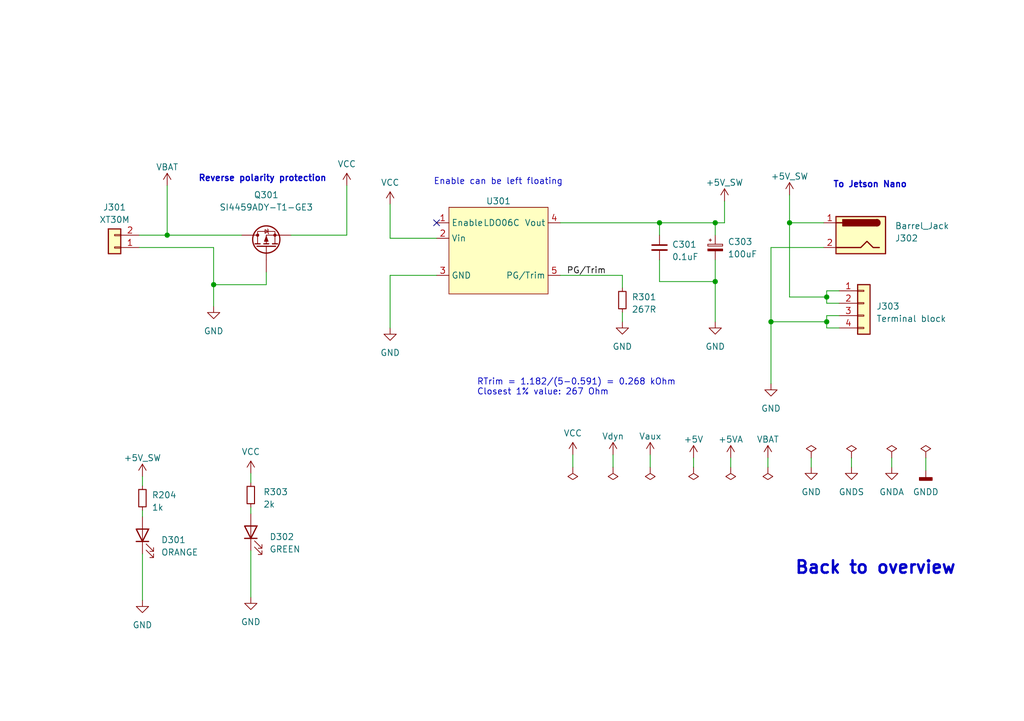
<source format=kicad_sch>
(kicad_sch (version 20230121) (generator eeschema)
  (paper "A5")
  (title_block (title "Power connectors and regulators") (date "2023-04-10") (company "Team Goombot") (comment 2 "Author: Vincent Nguyen"))
  (lib_symbols
    (symbol "0_fet:SI4459ADY-T1-GE3" (pin_numbers hide) (pin_names hide)
      (property "Reference" "Q" (at 2.54 3.81 0))
      (symbol "SI4459ADY-T1-GE3_0_1"
        (circle (center -0.889 0) (radius 2.794) (stroke (width 0.254)))
        (circle (center 0 -1.778) (radius 0.254) (fill (type outline)))
        (polyline (pts (xy -2.286 0) (xy -5.08 0)))
        (polyline (pts (xy -2.286 1.905) (xy -2.286 -1.905)) (stroke (width 0.254)))
        (polyline (pts (xy -1.778 -1.27) (xy -1.778 -2.286)) (stroke (width 0.254)))
        (polyline (pts (xy -1.778 0.508) (xy -1.778 -0.508)) (stroke (width 0.254)))
        (polyline (pts (xy -1.778 2.286) (xy -1.778 1.27)) (stroke (width 0.254)))
        (polyline (pts (xy 0 2.54) (xy 0 1.778)))
        (polyline (pts (xy 0 -2.54) (xy 0 0) (xy -1.778 0)))
        (polyline (pts (xy -1.778 1.778) (xy 0.762 1.778) (xy 0.762 -1.778) (xy -1.778 -1.778)))
        (polyline (pts (xy -0.254 0) (xy -1.27 0.381) (xy -1.27 -0.381) (xy -0.254 0)) (fill (type outline)))
        (polyline (pts (xy 0.254 -0.508) (xy 0.381 -0.381) (xy 1.143 -0.381) (xy 1.27 -0.254)))
        (polyline (pts (xy 0.762 -0.381) (xy 0.381 0.254) (xy 1.143 0.254) (xy 0.762 -0.381)))
        (circle (center 0 1.778) (radius 0.254) (fill (type outline)))
      )
      (symbol "SI4459ADY-T1-GE3_1_1"
        (pin passive line (at 0 -5.08 90) (length 2.54) (name "S") (number "1"))
        (pin passive line (at 0 -5.08 90) (length 2.54) hide (name "S") (number "2"))
        (pin passive line (at 0 -5.08 90) (length 2.54) hide (name "S") (number "3"))
        (pin input line (at -7.62 0 0) (length 2.54) (name "G") (number "4"))
        (pin passive line (at 0 5.08 270) (length 2.54) (name "D") (number "5"))
        (pin passive line (at 0 5.08 270) (length 2.54) hide (name "D") (number "6"))
        (pin passive line (at 0 5.08 270) (length 2.54) hide (name "D") (number "7"))
        (pin passive line (at 0 5.08 270) (length 2.54) hide (name "D") (number "8"))
      )
    )
    (symbol "0_power_symbols:+5V_SW" (power) (pin_names (offset 0))
      (property "Value" "+5V_SW" (at 0 3.81 0))
      (symbol "+5V_SW_0_1"
        (polyline (pts (xy -0.762 1.27) (xy 0 2.54)))
        (polyline (pts (xy 0 0) (xy 0 2.54)))
        (polyline (pts (xy 0 2.54) (xy 0.762 1.27)))
      )
      (symbol "+5V_SW_1_1"
        (pin power_in line (at 0 0 90) (length 0) hide (name "+5V_SW") (number "1"))
      )
    )
    (symbol "0_power_symbols:VBAT" (power) (pin_names (offset 0))
      (property "Value" "VBAT" (at 0 3.81 0))
      (symbol "VBAT_0_1"
        (polyline (pts (xy -0.762 1.27) (xy 0 2.54)))
        (polyline (pts (xy 0 0) (xy 0 2.54)))
        (polyline (pts (xy 0 2.54) (xy 0.762 1.27)))
      )
      (symbol "VBAT_1_1"
        (pin power_in line (at 0 0 90) (length 0) hide (name "VBAT") (number "1"))
      )
    )
    (symbol "0_power_symbols:Vaux" (power) (pin_names (offset 0))
      (property "Value" "Vaux" (at 0 3.81 0))
      (symbol "Vaux_0_1"
        (polyline (pts (xy -0.762 1.27) (xy 0 2.54)))
        (polyline (pts (xy 0 0) (xy 0 2.54)))
        (polyline (pts (xy 0 2.54) (xy 0.762 1.27)))
      )
      (symbol "Vaux_1_1"
        (pin power_in line (at 0 0 90) (length 0) hide (name "Vaux") (number "1"))
      )
    )
    (symbol "0_power_symbols:Vdyn" (power) (pin_names (offset 0))
      (property "Value" "Vdyn" (at 0 3.81 0))
      (symbol "Vdyn_0_1"
        (polyline (pts (xy -0.762 1.27) (xy 0 2.54)))
        (polyline (pts (xy 0 0) (xy 0 2.54)))
        (polyline (pts (xy 0 2.54) (xy 0.762 1.27)))
      )
      (symbol "Vdyn_1_1"
        (pin power_in line (at 0 0 90) (length 0) hide (name "Vdyn") (number "1"))
      )
    )
    (symbol "0_regulator:LDO06C"
      (property "Reference" "U" (at -10.16 7.62 0))
      (symbol "LDO06C_1_1"
        (rectangle (start -10.795 6.35) (end 9.525 -11.43) (fill (type background)))
        (pin input line (at -13.335 3.175 0) (length 2.54) (name "Enable") (number "1"))
        (pin power_in line (at -13.335 0 0) (length 2.54) (name "Vin") (number "2"))
        (pin power_in line (at -13.335 -7.62 0) (length 2.54) (name "GND") (number "3"))
        (pin power_out line (at 12.065 3.175 180) (length 2.54) (name "Vout") (number "4"))
        (pin input line (at 12.065 -7.62 180) (length 2.54) (name "PG/Trim") (number "5"))
        (pin no_connect line (at 12.065 -2.54 180) (length 2.54) hide (name "Mech") (number "6"))
      )
    )
    (symbol "Connector:Barrel_Jack" (pin_names (offset 1.016))
      (property "Reference" "J" (at 0 5.334 0))
      (property "Value" "Barrel_Jack" (at 0 -5.08 0))
      (symbol "Barrel_Jack_0_1"
        (rectangle (start -5.08 3.81) (end 5.08 -3.81) (stroke (width 0.254)) (fill (type background)))
        (arc (start -3.302 3.175) (mid -3.9343 2.54) (end -3.302 1.905) (stroke (width 0.254)))
        (arc (start -3.302 3.175) (mid -3.9343 2.54) (end -3.302 1.905) (stroke (width 0.254)) (fill (type outline)))
        (polyline (pts (xy 5.08 2.54) (xy 3.81 2.54)) (stroke (width 0.254)))
        (polyline (pts (xy -3.81 -2.54) (xy -2.54 -2.54) (xy -1.27 -1.27) (xy 0 -2.54) (xy 2.54 -2.54) (xy 5.08 -2.54)) (stroke (width 0.254)))
        (rectangle (start 3.683 3.175) (end -3.302 1.905) (stroke (width 0.254)) (fill (type outline)))
      )
      (symbol "Barrel_Jack_1_1"
        (pin passive line (at 7.62 2.54 180) (length 2.54) (name "~") (number "1"))
        (pin passive line (at 7.62 -2.54 180) (length 2.54) (name "~") (number "2"))
      )
    )
    (symbol "Connector_Generic:Conn_01x02" (pin_names (offset 1.016) hide)
      (property "Reference" "J" (at 0 2.54 0))
      (property "Value" "Conn_01x02" (at 0 -5.08 0))
      (symbol "Conn_01x02_1_1"
        (rectangle (start -1.27 -2.413) (end 0 -2.667) (stroke (width 0.1524)))
        (rectangle (start -1.27 0.127) (end 0 -0.127) (stroke (width 0.1524)))
        (rectangle (start -1.27 1.27) (end 1.27 -3.81) (stroke (width 0.254)) (fill (type background)))
        (pin passive line (at -5.08 0 0) (length 3.81) (name "Pin_1") (number "1"))
        (pin passive line (at -5.08 -2.54 0) (length 3.81) (name "Pin_2") (number "2"))
      )
    )
    (symbol "Connector_Generic:Conn_01x04" (pin_names (offset 1.016) hide)
      (property "Reference" "J" (at 0 5.08 0))
      (property "Value" "Conn_01x04" (at 0 -7.62 0))
      (symbol "Conn_01x04_1_1"
        (rectangle (start -1.27 -4.953) (end 0 -5.207) (stroke (width 0.1524)))
        (rectangle (start -1.27 -2.413) (end 0 -2.667) (stroke (width 0.1524)))
        (rectangle (start -1.27 0.127) (end 0 -0.127) (stroke (width 0.1524)))
        (rectangle (start -1.27 2.667) (end 0 2.413) (stroke (width 0.1524)))
        (rectangle (start -1.27 3.81) (end 1.27 -6.35) (stroke (width 0.254)) (fill (type background)))
        (pin passive line (at -5.08 2.54 0) (length 3.81) (name "Pin_1") (number "1"))
        (pin passive line (at -5.08 0 0) (length 3.81) (name "Pin_2") (number "2"))
        (pin passive line (at -5.08 -2.54 0) (length 3.81) (name "Pin_3") (number "3"))
        (pin passive line (at -5.08 -5.08 0) (length 3.81) (name "Pin_4") (number "4"))
      )
    )
    (symbol "Device:C_Polarized_Small" (pin_numbers hide) (pin_names (offset 0.254) hide)
      (property "Reference" "C" (at 0.254 1.778 0))
      (property "Value" "C_Polarized_Small" (at 0.254 -2.032 0))
      (symbol "C_Polarized_Small_0_1"
        (rectangle (start -1.524 -0.3048) (end 1.524 -0.6858) (fill (type outline)))
        (rectangle (start -1.524 0.6858) (end 1.524 0.3048))
        (polyline (pts (xy -1.27 1.524) (xy -0.762 1.524)))
        (polyline (pts (xy -1.016 1.27) (xy -1.016 1.778)))
      )
      (symbol "C_Polarized_Small_1_1"
        (pin passive line (at 0 2.54 270) (length 1.8542) (name "~") (number "1"))
        (pin passive line (at 0 -2.54 90) (length 1.8542) (name "~") (number "2"))
      )
    )
    (symbol "Device:C_Small" (pin_numbers hide) (pin_names (offset 0.254) hide)
      (property "Reference" "C" (at 0.254 1.778 0))
      (property "Value" "C_Small" (at 0.254 -2.032 0))
      (symbol "C_Small_0_1"
        (polyline (pts (xy -1.524 -0.508) (xy 1.524 -0.508)) (stroke (width 0.3302)))
        (polyline (pts (xy -1.524 0.508) (xy 1.524 0.508)) (stroke (width 0.3048)))
      )
      (symbol "C_Small_1_1"
        (pin passive line (at 0 2.54 270) (length 2.032) (name "~") (number "1"))
        (pin passive line (at 0 -2.54 90) (length 2.032) (name "~") (number "2"))
      )
    )
    (symbol "Device:LED" (pin_numbers hide) (pin_names (offset 1.016) hide)
      (property "Reference" "D" (at 0 2.54 0))
      (property "Value" "LED" (at 0 -2.54 0))
      (symbol "LED_0_1"
        (polyline (pts (xy -1.27 -1.27) (xy -1.27 1.27)) (stroke (width 0.254)))
        (polyline (pts (xy -1.27 0) (xy 1.27 0)))
        (polyline (pts (xy 1.27 -1.27) (xy 1.27 1.27) (xy -1.27 0) (xy 1.27 -1.27)) (stroke (width 0.254)))
        (polyline (pts (xy -3.048 -0.762) (xy -4.572 -2.286) (xy -3.81 -2.286) (xy -4.572 -2.286) (xy -4.572 -1.524)))
        (polyline (pts (xy -1.778 -0.762) (xy -3.302 -2.286) (xy -2.54 -2.286) (xy -3.302 -2.286) (xy -3.302 -1.524)))
      )
      (symbol "LED_1_1"
        (pin passive line (at -3.81 0 0) (length 2.54) (name "K") (number "1"))
        (pin passive line (at 3.81 0 180) (length 2.54) (name "A") (number "2"))
      )
    )
    (symbol "Device:R_Small" (pin_numbers hide) (pin_names (offset 0.254) hide)
      (property "Reference" "R" (at 0.762 0.508 0))
      (property "Value" "R_Small" (at 0.762 -1.016 0))
      (symbol "R_Small_0_1"
        (rectangle (start -0.762 1.778) (end 0.762 -1.778) (stroke (width 0.2032)))
      )
      (symbol "R_Small_1_1"
        (pin passive line (at 0 2.54 270) (length 0.762) (name "~") (number "1"))
        (pin passive line (at 0 -2.54 90) (length 0.762) (name "~") (number "2"))
      )
    )
    (symbol "power:+5V" (power) (pin_names (offset 0))
      (property "Value" "+5V" (at 0 3.556 0))
      (symbol "+5V_0_1"
        (polyline (pts (xy -0.762 1.27) (xy 0 2.54)))
        (polyline (pts (xy 0 0) (xy 0 2.54)))
        (polyline (pts (xy 0 2.54) (xy 0.762 1.27)))
      )
      (symbol "+5V_1_1"
        (pin power_in line (at 0 0 90) (length 0) hide (name "+5V") (number "1"))
      )
    )
    (symbol "power:+5VA" (power) (pin_names (offset 0))
      (property "Value" "+5VA" (at 0 3.556 0))
      (symbol "+5VA_0_1"
        (polyline (pts (xy -0.762 1.27) (xy 0 2.54)))
        (polyline (pts (xy 0 0) (xy 0 2.54)))
        (polyline (pts (xy 0 2.54) (xy 0.762 1.27)))
      )
      (symbol "+5VA_1_1"
        (pin power_in line (at 0 0 90) (length 0) hide (name "+5VA") (number "1"))
      )
    )
    (symbol "power:GND" (power) (pin_names (offset 0))
      (property "Value" "GND" (at 0 -3.81 0))
      (symbol "GND_0_1"
        (polyline (pts (xy 0 0) (xy 0 -1.27) (xy 1.27 -1.27) (xy 0 -2.54) (xy -1.27 -1.27) (xy 0 -1.27)))
      )
      (symbol "GND_1_1"
        (pin power_in line (at 0 0 270) (length 0) hide (name "GND") (number "1"))
      )
    )
    (symbol "power:GNDA" (power) (pin_names (offset 0))
      (property "Value" "GNDA" (at 0 -3.81 0))
      (symbol "GNDA_0_1"
        (polyline (pts (xy 0 0) (xy 0 -1.27) (xy 1.27 -1.27) (xy 0 -2.54) (xy -1.27 -1.27) (xy 0 -1.27)))
      )
      (symbol "GNDA_1_1"
        (pin power_in line (at 0 0 270) (length 0) hide (name "GNDA") (number "1"))
      )
    )
    (symbol "power:GNDD" (power) (pin_names (offset 0))
      (property "Value" "GNDD" (at 0 -3.175 0))
      (symbol "GNDD_0_1"
        (rectangle (start -1.27 -1.524) (end 1.27 -2.032) (stroke (width 0.254)) (fill (type outline)))
        (polyline (pts (xy 0 0) (xy 0 -1.524)))
      )
      (symbol "GNDD_1_1"
        (pin power_in line (at 0 0 270) (length 0) hide (name "GNDD") (number "1"))
      )
    )
    (symbol "power:GNDS" (power) (pin_names (offset 0))
      (property "Value" "GNDS" (at 0 -3.81 0))
      (symbol "GNDS_0_1"
        (polyline (pts (xy 0 0) (xy 0 -1.27) (xy 1.27 -1.27) (xy 0 -2.54) (xy -1.27 -1.27) (xy 0 -1.27)))
      )
      (symbol "GNDS_1_1"
        (pin power_in line (at 0 0 270) (length 0) hide (name "GNDS") (number "1"))
      )
    )
    (symbol "power:PWR_FLAG" (power) (pin_numbers hide) (pin_names (offset 0) hide)
      (property "Value" "PWR_FLAG" (at 0 3.81 0))
      (symbol "PWR_FLAG_0_0"
        (pin power_out line (at 0 0 90) (length 0) (name "pwr") (number "1"))
      )
      (symbol "PWR_FLAG_0_1"
        (polyline (pts (xy 0 0) (xy 0 1.27) (xy -1.016 1.905) (xy 0 2.54) (xy 1.016 1.905) (xy 0 1.27)))
      )
    )
    (symbol "power:VCC" (power) (pin_names (offset 0))
      (property "Value" "VCC" (at 0 3.81 0))
      (symbol "VCC_0_1"
        (polyline (pts (xy -0.762 1.27) (xy 0 2.54)))
        (polyline (pts (xy 0 0) (xy 0 2.54)))
        (polyline (pts (xy 0 2.54) (xy 0.762 1.27)))
      )
      (symbol "VCC_1_1"
        (pin power_in line (at 0 0 90) (length 0) hide (name "VCC") (number "1"))
      )
    )
  )
  (junction (at 135.255 45.72))
  (junction (at 146.685 57.785))
  (junction (at 169.545 66.04))
  (junction (at 161.925 45.72))
  (junction (at 34.29 48.26))
  (junction (at 169.545 60.96))
  (junction (at 158.115 66.04))
  (junction (at 146.685 45.72))
  (junction (at 43.815 58.42))
  (no_connect (at 89.535 45.72))
  (wire (pts (xy 157.48 95.885) (xy 157.48 93.98)))
  (wire (pts (xy 54.61 55.88) (xy 54.61 58.42)))
  (wire (pts (xy 169.545 62.23) (xy 169.545 60.96)))
  (wire (pts (xy 34.29 38.1) (xy 34.29 48.26)))
  (wire (pts (xy 51.435 104.14) (xy 51.435 105.41)))
  (wire (pts (xy 161.925 60.96) (xy 161.925 45.72)))
  (wire (pts (xy 80.01 56.515) (xy 89.535 56.515)))
  (wire (pts (xy 166.37 93.98) (xy 166.37 95.885)))
  (wire (pts (xy 169.545 64.77) (xy 172.085 64.77)))
  (wire (pts (xy 125.73 95.885) (xy 125.73 93.345)))
  (wire (pts (xy 80.01 67.31) (xy 80.01 56.515)))
  (wire (pts (xy 158.115 50.8) (xy 158.115 66.04)))
  (wire (pts (xy 34.29 48.26) (xy 49.53 48.26)))
  (wire (pts (xy 127.635 66.04) (xy 127.635 64.135)))
  (wire (pts (xy 80.01 41.91) (xy 80.01 48.895)))
  (wire (pts (xy 146.685 45.72) (xy 146.685 48.26)))
  (wire (pts (xy 135.255 57.785) (xy 146.685 57.785)))
  (wire (pts (xy 169.545 67.31) (xy 169.545 66.04)))
  (wire (pts (xy 114.935 56.515) (xy 127.635 56.515)))
  (wire (pts (xy 149.86 95.885) (xy 149.86 93.98)))
  (wire (pts (xy 43.815 58.42) (xy 43.815 50.8)))
  (wire (pts (xy 182.88 93.98) (xy 182.88 95.885)))
  (wire (pts (xy 169.545 59.69) (xy 172.085 59.69)))
  (wire (pts (xy 174.625 93.98) (xy 174.625 95.885)))
  (wire (pts (xy 29.21 123.19) (xy 29.21 113.665)))
  (wire (pts (xy 51.435 97.155) (xy 51.435 99.06)))
  (wire (pts (xy 148.59 45.72) (xy 146.685 45.72)))
  (wire (pts (xy 135.255 45.72) (xy 135.255 48.26)))
  (wire (pts (xy 71.12 38.1) (xy 71.12 48.26)))
  (wire (pts (xy 135.255 53.34) (xy 135.255 57.785)))
  (wire (pts (xy 172.085 67.31) (xy 169.545 67.31)))
  (wire (pts (xy 142.24 95.885) (xy 142.24 93.98)))
  (wire (pts (xy 189.865 93.98) (xy 189.865 96.52)))
  (wire (pts (xy 146.685 57.785) (xy 146.685 53.34)))
  (wire (pts (xy 29.21 104.775) (xy 29.21 106.045)))
  (wire (pts (xy 133.35 95.885) (xy 133.35 93.345)))
  (wire (pts (xy 114.935 45.72) (xy 135.255 45.72)))
  (wire (pts (xy 51.435 122.555) (xy 51.435 113.03)))
  (wire (pts (xy 169.545 60.96) (xy 169.545 59.69)))
  (wire (pts (xy 146.685 66.04) (xy 146.685 57.785)))
  (wire (pts (xy 172.085 62.23) (xy 169.545 62.23)))
  (wire (pts (xy 148.59 41.275) (xy 148.59 45.72)))
  (wire (pts (xy 117.475 95.885) (xy 117.475 93.345)))
  (wire (pts (xy 80.01 48.895) (xy 89.535 48.895)))
  (wire (pts (xy 161.925 45.72) (xy 168.91 45.72)))
  (wire (pts (xy 59.69 48.26) (xy 71.12 48.26)))
  (wire (pts (xy 169.545 60.96) (xy 161.925 60.96)))
  (wire (pts (xy 158.115 50.8) (xy 168.91 50.8)))
  (wire (pts (xy 43.815 62.865) (xy 43.815 58.42)))
  (wire (pts (xy 161.925 40.005) (xy 161.925 45.72)))
  (wire (pts (xy 43.815 50.8) (xy 28.575 50.8)))
  (wire (pts (xy 169.545 66.04) (xy 169.545 64.77)))
  (wire (pts (xy 169.545 66.04) (xy 158.115 66.04)))
  (wire (pts (xy 29.21 97.79) (xy 29.21 99.695)))
  (wire (pts (xy 146.685 45.72) (xy 135.255 45.72)))
  (wire (pts (xy 54.61 58.42) (xy 43.815 58.42)))
  (wire (pts (xy 28.575 48.26) (xy 34.29 48.26)))
  (wire (pts (xy 158.115 66.04) (xy 158.115 78.74)))
  (wire (pts (xy 127.635 59.055) (xy 127.635 56.515)))
  (text "Enable can be left floating" (at 88.9 38.1 0) (effects (font (size 1.27 1.27)) (justify left bottom)))
  (text "To Jetson Nano" (at 170.815 38.735 0) (effects (font (size 1.27 1.27) bold) (justify left bottom)))
  (text "Back to overview" (at 196.215 118.11 0) (effects (font (size 2.54 2.54) (thickness 0.508) bold) (justify right bottom)))
  (text "RTrim = 1.182/(5-0.591) = 0.268 kOhm\nClosest 1% value: 267 Ohm" (at 97.79 81.28 0) (effects (font (size 1.27 1.27)) (justify left bottom)))
  (text "Reverse polarity protection" (at 40.64 37.465 0) (effects (font (size 1.27 1.27) bold) (justify left bottom)))
  (label "PG{slash}Trim" (at 116.205 56.515 0))
  (symbol (lib_id "power:GND") (at 166.37 95.885 0) (unit 1)
    (property "Reference" "#PWR0314" (effects hide))
    (property "Value" "GND" (at 166.37 100.965 0))
  )
  (symbol (lib_id "Device:C_Polarized_Small") (at 146.685 50.8 0) (unit 1)
    (property "Reference" "C303" (at 149.225 49.6189 0) (effects (justify left)))
    (property "Value" "100uF" (at 149.225 52.1589 0) (effects (justify left)))
    (property "Footprint" "Capacitor_SMD:C_1210_3225Metric" (effects hide))
    (property "Datasheet" "https://datasheets.kyocera-avx.com/TPS.pdf" (effects hide))
    (property "Distributor" "Digikey" (effects hide))
    (property "Distributor ref" "478-4976-1-ND" (effects hide))
    (property "Manufacturer ref" "TPSB107K006R0400" (effects hide))
  )
  (symbol (lib_id "power:GND") (at 80.01 67.31 0) (unit 1)
    (property "Reference" "#PWR0226" (effects hide))
    (property "Value" "GND" (at 80.01 72.39 0))
    (instances (project "Arduino_motor_shield" (path "" (reference "#PWR0226") (unit 1)) (path "" (reference "#PWR0308") (unit 1))))
  )
  (symbol (lib_id "0_power_symbols:Vaux") (at 133.35 93.345 0) (unit 1)
    (property "Reference" "#PWR0320" (effects hide))
    (property "Value" "Vaux" (at 133.35 89.535 0))
  )
  (symbol (lib_id "power:VCC") (at 80.01 41.91 0) (unit 1)
    (property "Reference" "#PWR0305" (effects hide))
    (property "Value" "VCC" (at 80.01 37.465 0))
  )
  (symbol (lib_id "power:+5VA") (at 149.86 93.98 0) (unit 1)
    (property "Reference" "#PWR0319" (effects hide))
    (property "Value" "+5VA" (at 149.86 90.17 0))
  )
  (symbol (lib_id "Device:R_Small") (at 29.21 102.235 0) (unit 1)
    (property "Reference" "R204" (at 31.115 101.6 0) (effects (justify left)))
    (property "Value" "1k" (at 31.115 104.14 0) (effects (justify left)))
    (property "Footprint" "Resistor_SMD:R_0603_1608Metric" (effects hide))
    (property "Datasheet" "https://www.seielect.com/Catalog/SEI-RNCP.pdf" (effects hide))
    (property "Distributor" "Digikey" (effects hide))
    (property "Distributor ref" "RNCP0603FTD1K00CT-ND" (effects hide))
    (property "Manufacturer ref" "RNCP0603FTD1K00" (effects hide))
    (instances (project "Arduino_motor_shield" (path "" (reference "R204") (unit 1)) (path "" (reference "R302") (unit 1))))
  )
  (symbol (lib_id "power:PWR_FLAG") (at 142.24 95.885 180) (unit 1)
    (property "Reference" "#FLG0301" (effects hide))
    (property "Value" "PWR_FLAG" (effects hide))
  )
  (symbol (lib_id "power:GNDA") (at 182.88 95.885 0) (unit 1)
    (property "Reference" "#PWR0318" (effects hide))
    (property "Value" "GNDA" (at 182.88 100.965 0))
  )
  (symbol (lib_id "power:GND") (at 43.815 62.865 0) (unit 1)
    (property "Reference" "#PWR0226" (effects hide))
    (property "Value" "GND" (at 43.815 67.945 0))
    (instances (project "Arduino_motor_shield" (path "" (reference "#PWR0226") (unit 1)) (path "" (reference "#PWR0302") (unit 1))))
  )
  (symbol (lib_id "power:VCC") (at 71.12 38.1 0) (unit 1)
    (property "Reference" "#PWR0301" (effects hide))
    (property "Value" "VCC" (at 71.12 33.655 0))
  )
  (symbol (lib_id "0_regulator:LDO06C") (at 102.87 48.895 0) (unit 1)
    (property "Reference" "U301" (at 102.235 41.275 0))
    (property "Value" "LDO06C" (at 102.87 45.72 0))
    (property "Footprint" "0_regulator:LDO06C-005W05-HJ" (effects hide))
    (property "Datasheet" "https://docs.rs-online.com/8472/0900766b80c3c5ab.pdf" (effects hide))
    (property "Distributor" "Digikey" (effects hide))
    (property "Distributor ref" "454-1280-ND" (effects hide))
    (property "Manufacturer ref" "LDO06C-005W05-HJ" (effects hide))
  )
  (symbol (lib_id "power:PWR_FLAG") (at 189.865 93.98 0) (unit 1)
    (property "Reference" "#FLG0310" (effects hide))
    (property "Value" "PWR_FLAG" (effects hide))
  )
  (symbol (lib_id "0_fet:SI4459ADY-T1-GE3") (at 54.61 48.26 90) (unit 1)
    (property "Reference" "Q301" (at 54.61 40.005 90))
    (property "Value" "SI4459ADY-T1-GE3" (at 54.61 42.545 90))
    (property "Footprint" "Package_SO:SOIC-8_3.9x4.9mm_P1.27mm" (effects hide))
    (property "Datasheet" "https://www.vishay.com/docs/69979/si4459ad.pdf" (effects hide))
    (property "Distributor" "Digikey" (effects hide))
    (property "Distributor ref" "SI4459ADY-T1-GE3CT-ND" (effects hide))
    (property "Manufacturer ref" "SI4459ADY-T1-GE3" (effects hide))
  )
  (symbol (lib_id "power:PWR_FLAG") (at 182.88 93.98 0) (unit 1)
    (property "Reference" "#FLG0306" (effects hide))
    (property "Value" "PWR_FLAG" (effects hide))
  )
  (symbol (lib_id "Device:C_Small") (at 135.255 50.8 0) (unit 1)
    (property "Reference" "C301" (at 137.795 50.1713 0) (effects (justify left)))
    (property "Value" "0.1uF" (at 137.795 52.7113 0) (effects (justify left)))
    (property "Footprint" "Capacitor_SMD:C_0603_1608Metric" (effects hide))
    (property "Datasheet" "https://datasheets.kyocera-avx.com/X7RDielectric.pdf" (effects hide))
    (property "Distributor" "Digikey" (effects hide))
    (property "Distributor ref" "478-5778-1-ND" (effects hide))
    (property "Manufacturer ref" "06035C104JAT2A" (effects hide))
  )
  (symbol (lib_id "power:GND") (at 29.21 123.19 0) (unit 1)
    (property "Reference" "#PWR0226" (effects hide))
    (property "Value" "GND" (at 29.21 128.27 0))
    (instances (project "Arduino_motor_shield" (path "" (reference "#PWR0226") (unit 1)) (path "" (reference "#PWR0310") (unit 1))))
  )
  (symbol (lib_id "power:+5V") (at 142.24 93.98 0) (unit 1)
    (property "Reference" "#PWR0202" (effects hide))
    (property "Value" "+5V" (at 142.24 90.17 0))
    (instances (project "Arduino_motor_shield" (path "" (reference "#PWR0202") (unit 1)) (path "" (reference "#PWR0313") (unit 1))))
  )
  (symbol (lib_id "0_power_symbols:+5V_SW") (at 161.925 40.005 0) (unit 1)
    (property "Reference" "#PWR0303" (effects hide))
    (property "Value" "+5V_SW" (at 161.925 36.195 0))
  )
  (symbol (lib_id "Device:R_Small") (at 127.635 61.595 0) (unit 1)
    (property "Reference" "R301" (at 129.54 60.96 0) (effects (justify left)))
    (property "Value" "267R" (at 129.54 63.5 0) (effects (justify left)))
    (property "Footprint" "Resistor_SMD:R_0603_1608Metric" (effects hide))
    (property "Datasheet" "https://www.yageo.com/upload/media/product/productsearch/datasheet/rchip/PYu-RC_Group_51_RoHS_L_12.pdf" (effects hide))
    (property "Distributor" "Digikey" (effects hide))
    (property "Distributor ref" "311-267HRCT-ND" (effects hide))
    (property "Manufacturer ref" "RC0603FR-07267RL" (effects hide))
  )
  (symbol (lib_id "power:VCC") (at 51.435 97.155 0) (unit 1)
    (property "Reference" "#PWR0311" (effects hide))
    (property "Value" "VCC" (at 51.435 92.71 0))
  )
  (symbol (lib_id "power:PWR_FLAG") (at 125.73 95.885 180) (unit 1)
    (property "Reference" "#FLG0305" (effects hide))
    (property "Value" "PWR_FLAG" (effects hide))
  )
  (symbol (lib_id "0_power_symbols:+5V_SW") (at 29.21 97.79 0) (unit 1)
    (property "Reference" "#PWR0309" (effects hide))
    (property "Value" "+5V_SW" (at 29.21 93.98 0))
  )
  (symbol (lib_id "power:GND") (at 127.635 66.04 0) (unit 1)
    (property "Reference" "#PWR0226" (effects hide))
    (property "Value" "GND" (at 127.635 71.12 0))
    (instances (project "Arduino_motor_shield" (path "" (reference "#PWR0226") (unit 1)) (path "" (reference "#PWR0306") (unit 1))))
  )
  (symbol (lib_id "0_power_symbols:+5V_SW") (at 148.59 41.275 0) (unit 1)
    (property "Reference" "#PWR0307" (effects hide))
    (property "Value" "+5V_SW" (at 148.59 37.465 0))
  )
  (symbol (lib_id "Device:LED") (at 29.21 109.855 90) (unit 1)
    (property "Reference" "D301" (at 33.02 110.8075 90) (effects (justify right)))
    (property "Value" "ORANGE" (at 33.02 113.3475 90) (effects (justify right)))
    (property "Footprint" "LED_SMD:LED_0603_1608Metric" (effects hide))
    (property "Datasheet" "https://optoelectronics.liteon.com/upload/download/DS22-2000-222/LTST-C191KFKT.pdf" (effects hide))
    (property "Distributor" "Digikey" (effects hide))
    (property "Distributor ref" "160-1445-1-ND" (effects hide))
    (property "Manufacturer ref" "LTST-C191KFKT" (effects hide))
  )
  (symbol (lib_id "power:PWR_FLAG") (at 117.475 95.885 180) (unit 1)
    (property "Reference" "#FLG0309" (effects hide))
    (property "Value" "PWR_FLAG" (effects hide))
  )
  (symbol (lib_id "Connector:Barrel_Jack") (at 176.53 48.26 0) (mirror y) (unit 1)
    (property "Reference" "J302" (at 183.515 48.895 0) (effects (justify right)))
    (property "Value" "Barrel_Jack" (at 183.515 46.355 0) (effects (justify right)))
    (property "Footprint" "Connector_BarrelJack:BarrelJack_Horizontal" (effects hide))
    (property "Datasheet" "https://tensility.s3.amazonaws.com/uploads/pdffiles/54-00133.pdf?X-Amz-Expires=600&X-Amz-Date=20230410T224608Z&X-Amz-Algorithm=AWS4-HMAC-SHA256&X-Amz-Credential=AKIAIS2S4WRDQDSWDRZQ%2F20230410%2Fus-west-2%2Fs3%2Faws4_request&X-Amz-SignedHeaders=host&X-Amz-Signature=e99e15e861ea31e3d74a52d635f9a4fc46c73f208464045384c362593af32a97" (effects hide))
    (property "Distributor" "Digikey" (effects hide))
    (property "Distributor ref" "839-1516-ND" (effects hide))
    (property "Manufacturer ref" "54-00133" (effects hide))
  )
  (symbol (lib_id "power:PWR_FLAG") (at 166.37 93.98 0) (unit 1)
    (property "Reference" "#FLG0302" (effects hide))
    (property "Value" "PWR_FLAG" (effects hide))
  )
  (symbol (lib_id "power:GNDS") (at 174.625 95.885 0) (unit 1)
    (property "Reference" "#PWR0316" (effects hide))
    (property "Value" "GNDS" (at 174.625 100.965 0))
  )
  (symbol (lib_id "Connector_Generic:Conn_01x02") (at 23.495 50.8 180) (unit 1)
    (property "Reference" "J301" (at 23.495 42.545 0))
    (property "Value" "XT30M" (at 23.495 45.085 0))
    (property "Footprint" "Connector_AMASS:AMASS_XT30U-M_1x02_P5.0mm_Vertical" (effects hide))
    (property "Datasheet" "https://media.digikey.com/pdf/Data%20Sheets/DFRobot%20PDFs/FIT0586_Web.pdf" (effects hide))
    (property "Distributor" "Digikey" (effects hide))
    (property "Distributor ref" "1738-1436-ND" (effects hide))
    (property "Manufacturer ref" "FIT0586" (effects hide))
  )
  (symbol (lib_id "power:PWR_FLAG") (at 149.86 95.885 180) (unit 1)
    (property "Reference" "#FLG0307" (effects hide))
    (property "Value" "PWR_FLAG" (effects hide))
  )
  (symbol (lib_id "power:GND") (at 51.435 122.555 0) (unit 1)
    (property "Reference" "#PWR0226" (effects hide))
    (property "Value" "GND" (at 51.435 127.635 0))
    (instances (project "Arduino_motor_shield" (path "" (reference "#PWR0226") (unit 1)) (path "" (reference "#PWR0312") (unit 1))))
  )
  (symbol (lib_id "Device:R_Small") (at 51.435 101.6 0) (unit 1)
    (property "Reference" "R303" (at 53.975 100.965 0) (effects (justify left)))
    (property "Value" "2k" (at 53.975 103.505 0) (effects (justify left)))
    (property "Footprint" "Resistor_SMD:R_0603_1608Metric" (effects hide))
    (property "Datasheet" "https://www.yageo.com/upload/media/product/productsearch/datasheet/rchip/PYu-RC_Group_51_RoHS_L_12.pdf" (effects hide))
    (property "Distributor" "Digikey" (effects hide))
    (property "Distributor ref" "13-RC0603FR-132KLCT-ND" (effects hide))
    (property "Manufacturer ref" "RC0603FR-132KL" (effects hide))
  )
  (symbol (lib_id "0_power_symbols:VBAT") (at 157.48 93.98 0) (unit 1)
    (property "Reference" "#PWR0315" (effects hide))
    (property "Value" "VBAT" (at 157.48 90.17 0))
  )
  (symbol (lib_id "power:GNDD") (at 189.865 96.52 0) (unit 1)
    (property "Reference" "#PWR0222" (effects hide))
    (property "Value" "GNDD" (at 189.865 100.965 0))
    (instances (project "Arduino_motor_shield" (path "" (reference "#PWR0222") (unit 1)) (path "" (reference "#PWR0324") (unit 1))))
  )
  (symbol (lib_id "0_power_symbols:Vdyn") (at 125.73 93.345 0) (unit 1)
    (property "Reference" "#PWR0317" (effects hide))
    (property "Value" "Vdyn" (at 125.73 89.535 0))
  )
  (symbol (lib_id "power:GND") (at 146.685 66.04 0) (unit 1)
    (property "Reference" "#PWR0226" (effects hide))
    (property "Value" "GND" (at 146.685 71.12 0))
    (instances (project "Arduino_motor_shield" (path "" (reference "#PWR0226") (unit 1)) (path "" (reference "#PWR0323") (unit 1))))
  )
  (symbol (lib_id "Connector_Generic:Conn_01x04") (at 177.165 62.23 0) (unit 1)
    (property "Reference" "J303" (at 179.705 62.865 0) (effects (justify left)))
    (property "Value" "Terminal block" (at 179.705 65.405 0) (effects (justify left)))
    (property "Footprint" "TerminalBlock_Phoenix:TerminalBlock_Phoenix_MPT-0,5-4-2.54_1x04_P2.54mm_Horizontal" (effects hide))
    (property "Datasheet" "https://www.phoenixcontact.com/product/pdf/MTcyNTY3Mg?_realm=us&_locale=en-US&blocks=commercial-data%2Ctechnical-data%2Cdrawings%2Capprovals%2Cclassifications%2Cenvironmental-compliance-data%2Call-accessories" (effects hide))
    (property "Distributor" "Digikey" (effects hide))
    (property "Distributor ref" "277-1275-ND" (effects hide))
    (property "Manufacturer ref" "1725672" (effects hide))
  )
  (symbol (lib_id "power:GND") (at 158.115 78.74 0) (unit 1)
    (property "Reference" "#PWR0226" (effects hide))
    (property "Value" "GND" (at 158.115 83.82 0))
    (instances (project "Arduino_motor_shield" (path "" (reference "#PWR0226") (unit 1)) (path "" (reference "#PWR0304") (unit 1))))
  )
  (symbol (lib_id "power:PWR_FLAG") (at 174.625 93.98 0) (unit 1)
    (property "Reference" "#FLG0304" (effects hide))
    (property "Value" "PWR_FLAG" (effects hide))
  )
  (symbol (lib_id "power:PWR_FLAG") (at 157.48 95.885 180) (unit 1)
    (property "Reference" "#FLG0303" (effects hide))
    (property "Value" "PWR_FLAG" (effects hide))
  )
  (symbol (lib_id "Device:LED") (at 51.435 109.22 90) (unit 1)
    (property "Reference" "D302" (at 55.245 110.1725 90) (effects (justify right)))
    (property "Value" "GREEN" (at 55.245 112.7125 90) (effects (justify right)))
    (property "Footprint" "LED_SMD:LED_0603_1608Metric" (effects hide))
    (property "Datasheet" "https://optoelectronics.liteon.com/upload/download/DS22-2000-228/LTST-C191KGKT.PDF" (effects hide))
    (property "Distributor" "Digikey" (effects hide))
    (property "Distributor ref" "160-1446-1-ND" (effects hide))
    (property "Manufacturer ref" "LTST-C191KGKT" (effects hide))
  )
  (symbol (lib_id "0_power_symbols:VBAT") (at 34.29 38.1 0) (unit 1)
    (property "Reference" "#PWR0322" (effects hide))
    (property "Value" "VBAT" (at 34.29 34.29 0))
  )
  (symbol (lib_id "power:VCC") (at 117.475 93.345 0) (unit 1)
    (property "Reference" "#PWR0321" (effects hide))
    (property "Value" "VCC" (at 117.475 88.9 0))
  )
  (symbol (lib_id "power:PWR_FLAG") (at 133.35 95.885 180) (unit 1)
    (property "Reference" "#FLG0308" (effects hide))
    (property "Value" "PWR_FLAG" (effects hide))
  )
)
</source>
